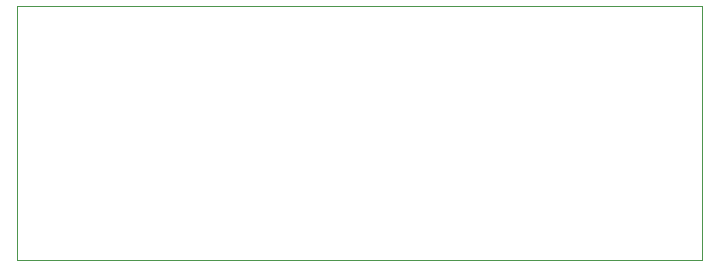
<source format=gbr>
%TF.GenerationSoftware,KiCad,Pcbnew,(5.1.4)-1*%
%TF.CreationDate,2021-01-21T23:44:22+08:00*%
%TF.ProjectId,Attenuator,41747465-6e75-4617-946f-722e6b696361,rev?*%
%TF.SameCoordinates,Original*%
%TF.FileFunction,Profile,NP*%
%FSLAX46Y46*%
G04 Gerber Fmt 4.6, Leading zero omitted, Abs format (unit mm)*
G04 Created by KiCad (PCBNEW (5.1.4)-1) date 2021-01-21 23:44:22*
%MOMM*%
%LPD*%
G04 APERTURE LIST*
%ADD10C,0.050000*%
G04 APERTURE END LIST*
D10*
X34000000Y-43500000D02*
X34000000Y-22000000D01*
X34500000Y-43500000D02*
X34000000Y-43500000D01*
X92000000Y-43500000D02*
X34500000Y-43500000D01*
X92000000Y-22000000D02*
X92000000Y-43500000D01*
X34000000Y-22000000D02*
X92000000Y-22000000D01*
M02*

</source>
